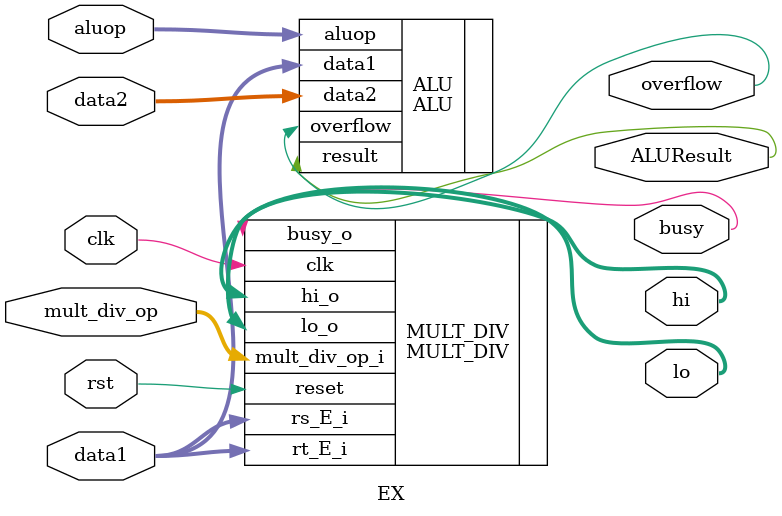
<source format=v>
`timescale 1ns / 1ps


module EX(
    input clk,
    input rst,
    input [3:0] aluop,
    input [3:0] mult_div_op,
    input [31:0] data1,
    input [31:0] data2,
    output [31:0] hi,
    output [31:0] lo,
    output busy,
    output ALUResult,
    output overflow
    );
    
    ALU ALU(
        .data1(data1),
        .data2(data2),
        .aluop(aluop),
        .result(ALUResult),
        .overflow(overflow)
    );
    
    MULT_DIV MULT_DIV(
        .clk(clk),
        .reset(rst),
        .rs_E_i(data1),
        .rt_E_i(data1),
        .mult_div_op_i(mult_div_op),
        .hi_o(hi),
        .lo_o(lo),
        .busy_o(busy)
    );
    
endmodule

</source>
